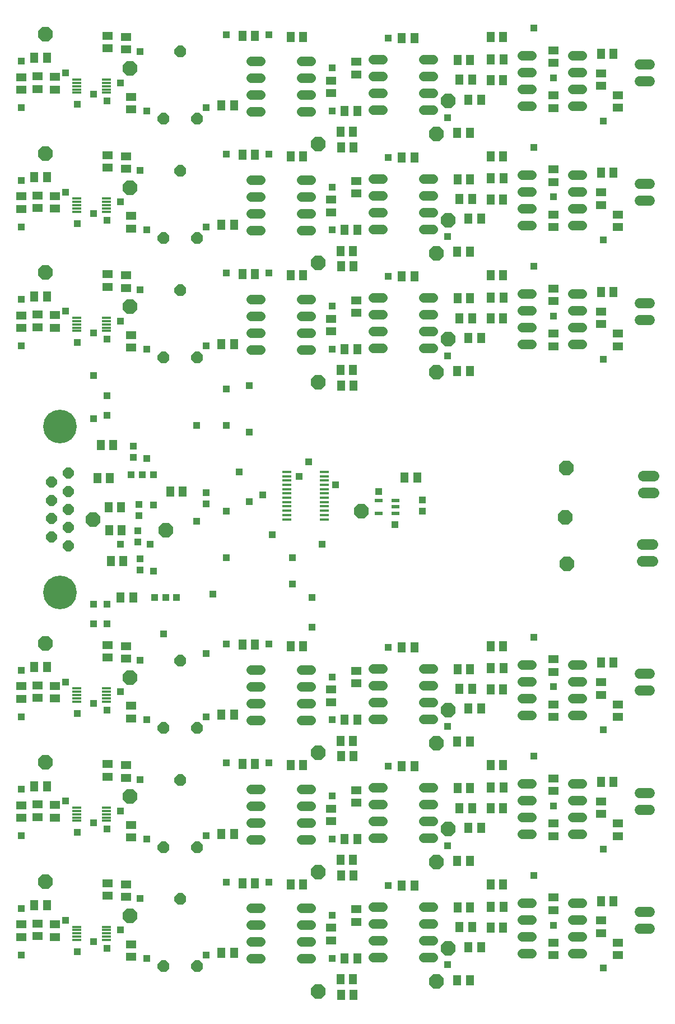
<source format=gts>
G75*
%MOIN*%
%OFA0B0*%
%FSLAX25Y25*%
%IPPOS*%
%LPD*%
%AMOC8*
5,1,8,0,0,1.08239X$1,22.5*
%
%ADD10R,0.04724X0.02165*%
%ADD11R,0.05118X0.05906*%
%ADD12R,0.05906X0.05118*%
%ADD13R,0.05600X0.01200*%
%ADD14C,0.06400*%
%ADD15C,0.06000*%
%ADD16C,0.05600*%
%ADD17R,0.04331X0.03937*%
%ADD18OC8,0.07000*%
%ADD19OC8,0.08500*%
%ADD20R,0.05800X0.01400*%
%ADD21OC8,0.06400*%
%ADD22C,0.20000*%
%ADD23R,0.03937X0.04331*%
%ADD24R,0.04362X0.04362*%
D10*
X0275201Y0420028D03*
X0275201Y0427509D03*
X0285437Y0427509D03*
X0285437Y0423769D03*
X0285437Y0420028D03*
D11*
X0290752Y0441131D03*
X0298232Y0441131D03*
X0260437Y0495894D03*
X0260122Y0505146D03*
X0262642Y0517548D03*
X0255161Y0517548D03*
X0252642Y0505146D03*
X0252957Y0495894D03*
X0230476Y0561446D03*
X0222996Y0561446D03*
X0201697Y0562233D03*
X0194217Y0562233D03*
X0189295Y0591564D03*
X0181815Y0591564D03*
X0194217Y0633099D03*
X0201697Y0633099D03*
X0222996Y0632312D03*
X0230476Y0632312D03*
X0252957Y0637627D03*
X0252642Y0646879D03*
X0260122Y0646879D03*
X0260437Y0637627D03*
X0262642Y0659280D03*
X0255161Y0659280D03*
X0230476Y0703178D03*
X0222996Y0703178D03*
X0201697Y0703965D03*
X0194217Y0703965D03*
X0189295Y0662430D03*
X0181815Y0662430D03*
X0252642Y0576013D03*
X0252957Y0566761D03*
X0260437Y0566761D03*
X0260122Y0576013D03*
X0262642Y0588414D03*
X0255161Y0588414D03*
X0289059Y0560855D03*
X0296539Y0560855D03*
X0322209Y0547863D03*
X0329689Y0547863D03*
X0330949Y0536052D03*
X0323469Y0536052D03*
X0328744Y0524241D03*
X0336224Y0524241D03*
X0341894Y0535855D03*
X0349374Y0535855D03*
X0349531Y0548257D03*
X0349453Y0561446D03*
X0341972Y0561446D03*
X0342051Y0548257D03*
X0329610Y0575422D03*
X0322130Y0575422D03*
X0328744Y0595107D03*
X0336224Y0595107D03*
X0341894Y0606721D03*
X0342051Y0619123D03*
X0349531Y0619123D03*
X0349374Y0606721D03*
X0349453Y0632312D03*
X0341972Y0632312D03*
X0329689Y0618729D03*
X0330949Y0606918D03*
X0323469Y0606918D03*
X0322209Y0618729D03*
X0322130Y0646288D03*
X0329610Y0646288D03*
X0328744Y0665973D03*
X0336224Y0665973D03*
X0341894Y0677587D03*
X0349374Y0677587D03*
X0349531Y0689989D03*
X0342051Y0689989D03*
X0329689Y0689595D03*
X0322209Y0689595D03*
X0323469Y0677784D03*
X0330949Y0677784D03*
X0341972Y0703178D03*
X0349453Y0703178D03*
X0296539Y0702587D03*
X0289059Y0702587D03*
X0289059Y0631721D03*
X0296539Y0631721D03*
X0322130Y0504556D03*
X0329610Y0504556D03*
X0407563Y0551603D03*
X0415043Y0551603D03*
X0415043Y0622469D03*
X0407563Y0622469D03*
X0407563Y0693335D03*
X0415043Y0693335D03*
X0189295Y0520698D03*
X0181815Y0520698D03*
X0158783Y0432902D03*
X0151303Y0432902D03*
X0122406Y0409871D03*
X0114925Y0409871D03*
X0114610Y0423650D03*
X0122091Y0423650D03*
X0115476Y0440776D03*
X0107996Y0440776D03*
X0109965Y0460461D03*
X0117445Y0460461D03*
X0115870Y0391564D03*
X0123350Y0391564D03*
X0121776Y0369910D03*
X0129256Y0369910D03*
X0077878Y0328572D03*
X0070398Y0328572D03*
X0070398Y0257706D03*
X0077878Y0257706D03*
X0077878Y0186839D03*
X0070398Y0186839D03*
X0181815Y0158493D03*
X0189295Y0158493D03*
X0194217Y0200028D03*
X0201697Y0200028D03*
X0222996Y0199241D03*
X0230476Y0199241D03*
X0252957Y0204556D03*
X0252642Y0213808D03*
X0260122Y0213808D03*
X0260437Y0204556D03*
X0262642Y0226209D03*
X0255161Y0226209D03*
X0230476Y0270107D03*
X0222996Y0270107D03*
X0201697Y0270894D03*
X0194217Y0270894D03*
X0189295Y0300225D03*
X0181815Y0300225D03*
X0194217Y0341761D03*
X0201697Y0341761D03*
X0222996Y0340973D03*
X0230476Y0340973D03*
X0255161Y0297076D03*
X0262642Y0297076D03*
X0260122Y0284674D03*
X0260437Y0275422D03*
X0252957Y0275422D03*
X0252642Y0284674D03*
X0289059Y0269517D03*
X0296539Y0269517D03*
X0322209Y0256524D03*
X0323469Y0244713D03*
X0330949Y0244713D03*
X0329689Y0256524D03*
X0342051Y0256918D03*
X0341894Y0244517D03*
X0349374Y0244517D03*
X0349531Y0256918D03*
X0349453Y0270107D03*
X0341972Y0270107D03*
X0329610Y0284083D03*
X0322130Y0284083D03*
X0328744Y0303769D03*
X0336224Y0303769D03*
X0341894Y0315383D03*
X0349374Y0315383D03*
X0349531Y0327784D03*
X0342051Y0327784D03*
X0329689Y0327391D03*
X0322209Y0327391D03*
X0323469Y0315580D03*
X0330949Y0315580D03*
X0341972Y0340973D03*
X0349453Y0340973D03*
X0296539Y0340383D03*
X0289059Y0340383D03*
X0328744Y0232902D03*
X0336224Y0232902D03*
X0329610Y0213217D03*
X0322130Y0213217D03*
X0322209Y0185658D03*
X0329689Y0185658D03*
X0330949Y0173847D03*
X0323469Y0173847D03*
X0328744Y0162036D03*
X0336224Y0162036D03*
X0341894Y0173650D03*
X0349374Y0173650D03*
X0349531Y0186052D03*
X0349453Y0199241D03*
X0341972Y0199241D03*
X0342051Y0186052D03*
X0329610Y0142351D03*
X0322130Y0142351D03*
X0296539Y0198650D03*
X0289059Y0198650D03*
X0262642Y0155343D03*
X0255161Y0155343D03*
X0252642Y0142942D03*
X0252957Y0133690D03*
X0260437Y0133690D03*
X0260122Y0142942D03*
X0189295Y0229359D03*
X0181815Y0229359D03*
X0077878Y0549044D03*
X0070398Y0549044D03*
X0070398Y0619910D03*
X0077878Y0619910D03*
X0077878Y0690776D03*
X0070398Y0690776D03*
X0407563Y0331131D03*
X0415043Y0331131D03*
X0415043Y0260265D03*
X0407563Y0260265D03*
X0407563Y0189398D03*
X0415043Y0189398D03*
D12*
X0407602Y0177784D03*
X0407602Y0170304D03*
X0417642Y0164635D03*
X0417642Y0157154D03*
X0379453Y0157115D03*
X0379453Y0164595D03*
X0379453Y0183926D03*
X0379453Y0191406D03*
X0379453Y0227981D03*
X0379453Y0235461D03*
X0379453Y0254792D03*
X0379453Y0262272D03*
X0379453Y0298847D03*
X0379453Y0306328D03*
X0379453Y0325658D03*
X0379453Y0333139D03*
X0407602Y0319517D03*
X0407602Y0312036D03*
X0417642Y0306367D03*
X0417642Y0298887D03*
X0407602Y0248650D03*
X0407602Y0241170D03*
X0417642Y0235501D03*
X0417642Y0228020D03*
X0261933Y0247902D03*
X0261933Y0255383D03*
X0246972Y0244320D03*
X0246972Y0236839D03*
X0261933Y0184517D03*
X0261933Y0177036D03*
X0246972Y0173454D03*
X0246972Y0165973D03*
X0246972Y0307706D03*
X0246972Y0315186D03*
X0261933Y0318769D03*
X0261933Y0326249D03*
X0379453Y0519320D03*
X0379453Y0526800D03*
X0379453Y0546131D03*
X0379453Y0553611D03*
X0379453Y0590186D03*
X0379453Y0597666D03*
X0379453Y0616997D03*
X0379453Y0624477D03*
X0379453Y0661052D03*
X0379453Y0668532D03*
X0379453Y0687863D03*
X0379453Y0695343D03*
X0407602Y0681721D03*
X0407602Y0674241D03*
X0417642Y0668572D03*
X0417642Y0661091D03*
X0407602Y0610855D03*
X0407602Y0603375D03*
X0417642Y0597706D03*
X0417642Y0590225D03*
X0407602Y0539989D03*
X0407602Y0532509D03*
X0417642Y0526839D03*
X0417642Y0519359D03*
X0261933Y0539241D03*
X0261933Y0546721D03*
X0246972Y0535658D03*
X0246972Y0528178D03*
X0246972Y0599044D03*
X0246972Y0606524D03*
X0261933Y0610107D03*
X0261933Y0617587D03*
X0246972Y0669910D03*
X0246972Y0677391D03*
X0261933Y0680973D03*
X0261933Y0688454D03*
X0127839Y0667666D03*
X0127839Y0660186D03*
X0125161Y0632391D03*
X0125161Y0624910D03*
X0114059Y0625540D03*
X0114059Y0633020D03*
X0127839Y0596800D03*
X0127839Y0589320D03*
X0114059Y0562154D03*
X0114059Y0554674D03*
X0125161Y0554044D03*
X0125161Y0561524D03*
X0127839Y0525934D03*
X0127839Y0518454D03*
X0082799Y0530265D03*
X0082799Y0537745D03*
X0072366Y0538099D03*
X0072366Y0530619D03*
X0062524Y0530186D03*
X0062524Y0537666D03*
X0062524Y0601052D03*
X0062524Y0608532D03*
X0072366Y0608965D03*
X0072366Y0601485D03*
X0082799Y0601131D03*
X0082799Y0608611D03*
X0082799Y0671997D03*
X0082799Y0679477D03*
X0072366Y0679831D03*
X0072366Y0672351D03*
X0062524Y0671918D03*
X0062524Y0679398D03*
X0114059Y0696406D03*
X0114059Y0703887D03*
X0125161Y0703257D03*
X0125161Y0695776D03*
X0114059Y0341682D03*
X0114059Y0334202D03*
X0125161Y0333572D03*
X0125161Y0341052D03*
X0127839Y0305461D03*
X0127839Y0297981D03*
X0125161Y0270186D03*
X0125161Y0262706D03*
X0114059Y0263335D03*
X0114059Y0270816D03*
X0127839Y0234595D03*
X0127839Y0227115D03*
X0114059Y0199950D03*
X0114059Y0192469D03*
X0125161Y0191839D03*
X0125161Y0199320D03*
X0127839Y0163729D03*
X0127839Y0156249D03*
X0082799Y0168060D03*
X0082799Y0175540D03*
X0072366Y0175894D03*
X0072366Y0168414D03*
X0062524Y0167981D03*
X0062524Y0175461D03*
X0062524Y0238847D03*
X0062524Y0246328D03*
X0072366Y0246761D03*
X0072366Y0239280D03*
X0082799Y0238926D03*
X0082799Y0246406D03*
X0082799Y0309792D03*
X0082799Y0317272D03*
X0072366Y0317627D03*
X0072366Y0310146D03*
X0062524Y0309713D03*
X0062524Y0317194D03*
D13*
X0095653Y0315739D03*
X0095653Y0313839D03*
X0095653Y0311839D03*
X0095653Y0309839D03*
X0095653Y0307939D03*
X0113253Y0307939D03*
X0113253Y0309839D03*
X0113253Y0311839D03*
X0113253Y0313839D03*
X0113253Y0315739D03*
X0113253Y0244873D03*
X0113253Y0242973D03*
X0113253Y0240973D03*
X0113253Y0238973D03*
X0113253Y0237073D03*
X0095653Y0237073D03*
X0095653Y0238973D03*
X0095653Y0240973D03*
X0095653Y0242973D03*
X0095653Y0244873D03*
X0095653Y0174007D03*
X0095653Y0172107D03*
X0095653Y0170107D03*
X0095653Y0168107D03*
X0095653Y0166207D03*
X0113253Y0166207D03*
X0113253Y0168107D03*
X0113253Y0170107D03*
X0113253Y0172107D03*
X0113253Y0174007D03*
X0113253Y0528412D03*
X0113253Y0530312D03*
X0113253Y0532312D03*
X0113253Y0534312D03*
X0113253Y0536212D03*
X0095653Y0536212D03*
X0095653Y0534312D03*
X0095653Y0532312D03*
X0095653Y0530312D03*
X0095653Y0528412D03*
X0095653Y0599278D03*
X0095653Y0601178D03*
X0095653Y0603178D03*
X0095653Y0605178D03*
X0095653Y0607078D03*
X0113253Y0607078D03*
X0113253Y0605178D03*
X0113253Y0603178D03*
X0113253Y0601178D03*
X0113253Y0599278D03*
X0113253Y0670144D03*
X0113253Y0672044D03*
X0113253Y0674044D03*
X0113253Y0676044D03*
X0113253Y0677944D03*
X0095653Y0677944D03*
X0095653Y0676044D03*
X0095653Y0674044D03*
X0095653Y0672044D03*
X0095653Y0670144D03*
D14*
X0432631Y0442233D02*
X0439031Y0442233D01*
X0439031Y0432233D02*
X0432631Y0432233D01*
X0432080Y0401485D02*
X0438480Y0401485D01*
X0438480Y0391485D02*
X0432080Y0391485D01*
D15*
X0430783Y0324556D02*
X0436783Y0324556D01*
X0436783Y0314556D02*
X0430783Y0314556D01*
X0430783Y0253690D02*
X0436783Y0253690D01*
X0436783Y0243690D02*
X0430783Y0243690D01*
X0430783Y0182824D02*
X0436783Y0182824D01*
X0436783Y0172824D02*
X0430783Y0172824D01*
X0430783Y0535028D02*
X0436783Y0535028D01*
X0436783Y0545028D02*
X0430783Y0545028D01*
X0430783Y0605894D02*
X0436783Y0605894D01*
X0436783Y0615894D02*
X0430783Y0615894D01*
X0430783Y0676761D02*
X0436783Y0676761D01*
X0436783Y0686761D02*
X0430783Y0686761D01*
D16*
X0396269Y0682194D02*
X0390669Y0682194D01*
X0390669Y0692194D02*
X0396269Y0692194D01*
X0396269Y0672194D02*
X0390669Y0672194D01*
X0390669Y0662194D02*
X0396269Y0662194D01*
X0396269Y0621328D02*
X0390669Y0621328D01*
X0390669Y0611328D02*
X0396269Y0611328D01*
X0396269Y0601328D02*
X0390669Y0601328D01*
X0390669Y0591328D02*
X0396269Y0591328D01*
X0396269Y0550461D02*
X0390669Y0550461D01*
X0390669Y0540461D02*
X0396269Y0540461D01*
X0396269Y0530461D02*
X0390669Y0530461D01*
X0390669Y0520461D02*
X0396269Y0520461D01*
X0366269Y0520461D02*
X0360669Y0520461D01*
X0360669Y0530461D02*
X0366269Y0530461D01*
X0366269Y0540461D02*
X0360669Y0540461D01*
X0360669Y0550461D02*
X0366269Y0550461D01*
X0366269Y0591328D02*
X0360669Y0591328D01*
X0360669Y0601328D02*
X0366269Y0601328D01*
X0366269Y0611328D02*
X0360669Y0611328D01*
X0360669Y0621328D02*
X0366269Y0621328D01*
X0366269Y0662194D02*
X0360669Y0662194D01*
X0360669Y0672194D02*
X0366269Y0672194D01*
X0366269Y0682194D02*
X0360669Y0682194D01*
X0360669Y0692194D02*
X0366269Y0692194D01*
X0307686Y0689831D02*
X0302086Y0689831D01*
X0302086Y0679831D02*
X0307686Y0679831D01*
X0307686Y0669831D02*
X0302086Y0669831D01*
X0302086Y0659831D02*
X0307686Y0659831D01*
X0277686Y0659831D02*
X0272086Y0659831D01*
X0272086Y0669831D02*
X0277686Y0669831D01*
X0277686Y0679831D02*
X0272086Y0679831D01*
X0272086Y0689831D02*
X0277686Y0689831D01*
X0234851Y0689044D02*
X0229251Y0689044D01*
X0229251Y0679044D02*
X0234851Y0679044D01*
X0234851Y0669044D02*
X0229251Y0669044D01*
X0229251Y0659044D02*
X0234851Y0659044D01*
X0234851Y0618178D02*
X0229251Y0618178D01*
X0229251Y0608178D02*
X0234851Y0608178D01*
X0234851Y0598178D02*
X0229251Y0598178D01*
X0229251Y0588178D02*
X0234851Y0588178D01*
X0234851Y0547312D02*
X0229251Y0547312D01*
X0229251Y0537312D02*
X0234851Y0537312D01*
X0234851Y0527312D02*
X0229251Y0527312D01*
X0229251Y0517312D02*
X0234851Y0517312D01*
X0204851Y0517312D02*
X0199251Y0517312D01*
X0199251Y0527312D02*
X0204851Y0527312D01*
X0204851Y0537312D02*
X0199251Y0537312D01*
X0199251Y0547312D02*
X0204851Y0547312D01*
X0204851Y0588178D02*
X0199251Y0588178D01*
X0199251Y0598178D02*
X0204851Y0598178D01*
X0204851Y0608178D02*
X0199251Y0608178D01*
X0199251Y0618178D02*
X0204851Y0618178D01*
X0204851Y0659044D02*
X0199251Y0659044D01*
X0199251Y0669044D02*
X0204851Y0669044D01*
X0204851Y0679044D02*
X0199251Y0679044D01*
X0199251Y0689044D02*
X0204851Y0689044D01*
X0272086Y0618965D02*
X0277686Y0618965D01*
X0277686Y0608965D02*
X0272086Y0608965D01*
X0272086Y0598965D02*
X0277686Y0598965D01*
X0277686Y0588965D02*
X0272086Y0588965D01*
X0272086Y0548099D02*
X0277686Y0548099D01*
X0277686Y0538099D02*
X0272086Y0538099D01*
X0272086Y0528099D02*
X0277686Y0528099D01*
X0277686Y0518099D02*
X0272086Y0518099D01*
X0302086Y0518099D02*
X0307686Y0518099D01*
X0307686Y0528099D02*
X0302086Y0528099D01*
X0302086Y0538099D02*
X0307686Y0538099D01*
X0307686Y0548099D02*
X0302086Y0548099D01*
X0302086Y0588965D02*
X0307686Y0588965D01*
X0307686Y0598965D02*
X0302086Y0598965D01*
X0302086Y0608965D02*
X0307686Y0608965D01*
X0307686Y0618965D02*
X0302086Y0618965D01*
X0302086Y0327627D02*
X0307686Y0327627D01*
X0307686Y0317627D02*
X0302086Y0317627D01*
X0302086Y0307627D02*
X0307686Y0307627D01*
X0307686Y0297627D02*
X0302086Y0297627D01*
X0277686Y0297627D02*
X0272086Y0297627D01*
X0272086Y0307627D02*
X0277686Y0307627D01*
X0277686Y0317627D02*
X0272086Y0317627D01*
X0272086Y0327627D02*
X0277686Y0327627D01*
X0234851Y0326839D02*
X0229251Y0326839D01*
X0229251Y0316839D02*
X0234851Y0316839D01*
X0234851Y0306839D02*
X0229251Y0306839D01*
X0229251Y0296839D02*
X0234851Y0296839D01*
X0234851Y0255973D02*
X0229251Y0255973D01*
X0229251Y0245973D02*
X0234851Y0245973D01*
X0234851Y0235973D02*
X0229251Y0235973D01*
X0229251Y0225973D02*
X0234851Y0225973D01*
X0234851Y0185107D02*
X0229251Y0185107D01*
X0229251Y0175107D02*
X0234851Y0175107D01*
X0234851Y0165107D02*
X0229251Y0165107D01*
X0229251Y0155107D02*
X0234851Y0155107D01*
X0204851Y0155107D02*
X0199251Y0155107D01*
X0199251Y0165107D02*
X0204851Y0165107D01*
X0204851Y0175107D02*
X0199251Y0175107D01*
X0199251Y0185107D02*
X0204851Y0185107D01*
X0204851Y0225973D02*
X0199251Y0225973D01*
X0199251Y0235973D02*
X0204851Y0235973D01*
X0204851Y0245973D02*
X0199251Y0245973D01*
X0199251Y0255973D02*
X0204851Y0255973D01*
X0204851Y0296839D02*
X0199251Y0296839D01*
X0199251Y0306839D02*
X0204851Y0306839D01*
X0204851Y0316839D02*
X0199251Y0316839D01*
X0199251Y0326839D02*
X0204851Y0326839D01*
X0272086Y0256761D02*
X0277686Y0256761D01*
X0277686Y0246761D02*
X0272086Y0246761D01*
X0272086Y0236761D02*
X0277686Y0236761D01*
X0277686Y0226761D02*
X0272086Y0226761D01*
X0272086Y0185894D02*
X0277686Y0185894D01*
X0277686Y0175894D02*
X0272086Y0175894D01*
X0272086Y0165894D02*
X0277686Y0165894D01*
X0277686Y0155894D02*
X0272086Y0155894D01*
X0302086Y0155894D02*
X0307686Y0155894D01*
X0307686Y0165894D02*
X0302086Y0165894D01*
X0302086Y0175894D02*
X0307686Y0175894D01*
X0307686Y0185894D02*
X0302086Y0185894D01*
X0302086Y0226761D02*
X0307686Y0226761D01*
X0307686Y0236761D02*
X0302086Y0236761D01*
X0302086Y0246761D02*
X0307686Y0246761D01*
X0307686Y0256761D02*
X0302086Y0256761D01*
X0360669Y0259123D02*
X0366269Y0259123D01*
X0366269Y0249123D02*
X0360669Y0249123D01*
X0360669Y0239123D02*
X0366269Y0239123D01*
X0366269Y0229123D02*
X0360669Y0229123D01*
X0360669Y0188257D02*
X0366269Y0188257D01*
X0366269Y0178257D02*
X0360669Y0178257D01*
X0360669Y0168257D02*
X0366269Y0168257D01*
X0366269Y0158257D02*
X0360669Y0158257D01*
X0390669Y0158257D02*
X0396269Y0158257D01*
X0396269Y0168257D02*
X0390669Y0168257D01*
X0390669Y0178257D02*
X0396269Y0178257D01*
X0396269Y0188257D02*
X0390669Y0188257D01*
X0390669Y0229123D02*
X0396269Y0229123D01*
X0396269Y0239123D02*
X0390669Y0239123D01*
X0390669Y0249123D02*
X0396269Y0249123D01*
X0396269Y0259123D02*
X0390669Y0259123D01*
X0390669Y0299989D02*
X0396269Y0299989D01*
X0396269Y0309989D02*
X0390669Y0309989D01*
X0390669Y0319989D02*
X0396269Y0319989D01*
X0396269Y0329989D02*
X0390669Y0329989D01*
X0366269Y0329989D02*
X0360669Y0329989D01*
X0360669Y0319989D02*
X0366269Y0319989D01*
X0366269Y0309989D02*
X0360669Y0309989D01*
X0360669Y0299989D02*
X0366269Y0299989D01*
D17*
X0301303Y0421091D03*
X0301303Y0427784D03*
X0172760Y0425619D03*
X0172760Y0432312D03*
X0132799Y0425343D03*
X0132799Y0418650D03*
X0132012Y0409438D03*
X0132012Y0402745D03*
X0133390Y0392942D03*
X0133390Y0386249D03*
X0129453Y0453178D03*
X0129453Y0459871D03*
D18*
X0147287Y0512706D03*
X0167287Y0512706D03*
X0157287Y0552706D03*
X0147287Y0583572D03*
X0167287Y0583572D03*
X0157287Y0623572D03*
X0147287Y0654438D03*
X0167287Y0654438D03*
X0157287Y0694438D03*
X0157287Y0332233D03*
X0147287Y0292233D03*
X0167287Y0292233D03*
X0157287Y0261367D03*
X0147287Y0221367D03*
X0167287Y0221367D03*
X0157287Y0190501D03*
X0147287Y0150501D03*
X0167287Y0150501D03*
D19*
X0127366Y0180658D03*
X0127366Y0251524D03*
X0127366Y0322391D03*
X0077012Y0342706D03*
X0077012Y0271839D03*
X0077012Y0200973D03*
X0148587Y0409989D03*
X0105280Y0416209D03*
X0127366Y0542863D03*
X0127366Y0613729D03*
X0127366Y0684595D03*
X0077012Y0704910D03*
X0077012Y0634044D03*
X0077012Y0563178D03*
X0239335Y0568769D03*
X0239335Y0497902D03*
X0265004Y0421131D03*
X0309571Y0503808D03*
X0316815Y0523493D03*
X0309571Y0574674D03*
X0316815Y0594359D03*
X0309571Y0645540D03*
X0316815Y0665225D03*
X0239335Y0639635D03*
X0386933Y0447036D03*
X0386500Y0417509D03*
X0387366Y0389950D03*
X0316815Y0303020D03*
X0309571Y0283335D03*
X0316815Y0232154D03*
X0309571Y0212469D03*
X0316815Y0161288D03*
X0309571Y0141603D03*
X0239335Y0135698D03*
X0239335Y0206564D03*
X0239335Y0277430D03*
D20*
X0242915Y0416401D03*
X0242915Y0419001D03*
X0242915Y0421501D03*
X0242915Y0424101D03*
X0242915Y0426701D03*
X0242915Y0429201D03*
X0242915Y0431801D03*
X0242915Y0434301D03*
X0242915Y0436901D03*
X0242915Y0439501D03*
X0242915Y0442001D03*
X0242915Y0444601D03*
X0220715Y0444601D03*
X0220715Y0442001D03*
X0220715Y0439501D03*
X0220715Y0436901D03*
X0220715Y0434301D03*
X0220715Y0431801D03*
X0220715Y0429201D03*
X0220715Y0426701D03*
X0220715Y0424101D03*
X0220715Y0421501D03*
X0220715Y0419001D03*
X0220715Y0416401D03*
D21*
X0090673Y0411433D03*
X0090673Y0400633D03*
X0080673Y0406033D03*
X0080673Y0416833D03*
X0080673Y0427633D03*
X0080673Y0438433D03*
X0090673Y0433033D03*
X0090673Y0422233D03*
X0090673Y0443833D03*
D22*
X0085673Y0471533D03*
X0085673Y0372933D03*
D23*
X0128075Y0442745D03*
X0134768Y0442745D03*
X0141854Y0369910D03*
X0148547Y0369910D03*
D24*
X0062524Y0157312D03*
X0062524Y0184871D03*
X0089098Y0177981D03*
X0095988Y0159280D03*
X0105831Y0165186D03*
X0113705Y0161249D03*
X0121579Y0172076D03*
X0133390Y0190776D03*
X0137327Y0155343D03*
X0172760Y0157312D03*
X0184571Y0200619D03*
X0172760Y0228178D03*
X0184571Y0271485D03*
X0172760Y0299044D03*
X0172760Y0336446D03*
X0184571Y0342351D03*
X0176697Y0371879D03*
X0184571Y0393532D03*
X0184571Y0421091D03*
X0198350Y0426997D03*
X0206224Y0430934D03*
X0192445Y0444713D03*
X0198350Y0468335D03*
X0184571Y0472272D03*
X0166854Y0472272D03*
X0184571Y0493926D03*
X0198350Y0495894D03*
X0172760Y0519517D03*
X0184571Y0562824D03*
X0172760Y0590383D03*
X0184571Y0633690D03*
X0172760Y0661249D03*
X0184571Y0704556D03*
X0210161Y0704556D03*
X0247563Y0684871D03*
X0247563Y0659280D03*
X0247563Y0614005D03*
X0247563Y0588414D03*
X0247563Y0543139D03*
X0247563Y0517548D03*
X0281028Y0560855D03*
X0316461Y0584477D03*
X0281028Y0631721D03*
X0316461Y0655343D03*
X0281028Y0702587D03*
X0210161Y0633690D03*
X0210161Y0562824D03*
X0137327Y0588414D03*
X0121579Y0605146D03*
X0113705Y0594320D03*
X0105831Y0598257D03*
X0095988Y0592351D03*
X0089098Y0611052D03*
X0062524Y0617942D03*
X0062524Y0590383D03*
X0062524Y0547076D03*
X0062524Y0519517D03*
X0089098Y0540186D03*
X0095988Y0521485D03*
X0105831Y0527391D03*
X0113705Y0523454D03*
X0121579Y0534280D03*
X0133390Y0552981D03*
X0137327Y0517548D03*
X0113705Y0489989D03*
X0113705Y0478178D03*
X0105831Y0476209D03*
X0105831Y0501800D03*
X0137327Y0452587D03*
X0141264Y0442745D03*
X0141264Y0425028D03*
X0139295Y0401406D03*
X0141264Y0385658D03*
X0155043Y0369910D03*
X0147169Y0348257D03*
X0133390Y0332509D03*
X0121579Y0313808D03*
X0113705Y0302981D03*
X0105831Y0306918D03*
X0095988Y0301013D03*
X0089098Y0319713D03*
X0105831Y0354162D03*
X0113705Y0354162D03*
X0113705Y0365973D03*
X0105831Y0365973D03*
X0121579Y0401406D03*
X0166854Y0415186D03*
X0212130Y0407312D03*
X0223941Y0393532D03*
X0223941Y0377784D03*
X0235752Y0369910D03*
X0235752Y0352194D03*
X0247563Y0322666D03*
X0247563Y0297076D03*
X0247563Y0251800D03*
X0247563Y0226209D03*
X0247563Y0180934D03*
X0247563Y0155343D03*
X0281028Y0198650D03*
X0316461Y0222272D03*
X0281028Y0269517D03*
X0316461Y0293139D03*
X0281028Y0340383D03*
X0241657Y0401406D03*
X0249531Y0436839D03*
X0233783Y0450619D03*
X0227878Y0441761D03*
X0275201Y0432981D03*
X0284965Y0413217D03*
X0316461Y0513611D03*
X0367642Y0566761D03*
X0379453Y0537233D03*
X0408980Y0511643D03*
X0408980Y0582509D03*
X0379453Y0608099D03*
X0367642Y0637627D03*
X0379453Y0678965D03*
X0367642Y0708493D03*
X0408980Y0653375D03*
X0367642Y0346288D03*
X0379453Y0316761D03*
X0367642Y0275422D03*
X0379453Y0245894D03*
X0408980Y0220304D03*
X0379453Y0175028D03*
X0367642Y0204556D03*
X0408980Y0149438D03*
X0316461Y0151406D03*
X0408980Y0291170D03*
X0210161Y0271485D03*
X0210161Y0200619D03*
X0137327Y0226209D03*
X0121579Y0242942D03*
X0113705Y0232115D03*
X0105831Y0236052D03*
X0095988Y0230146D03*
X0089098Y0248847D03*
X0062524Y0255737D03*
X0062524Y0228178D03*
X0062524Y0299044D03*
X0062524Y0326603D03*
X0133390Y0261643D03*
X0137327Y0297076D03*
X0210161Y0342351D03*
X0133390Y0623847D03*
X0137327Y0659280D03*
X0121579Y0676013D03*
X0113705Y0665186D03*
X0105831Y0669123D03*
X0095988Y0663217D03*
X0089098Y0681918D03*
X0062524Y0688808D03*
X0062524Y0661249D03*
X0133390Y0694713D03*
M02*

</source>
